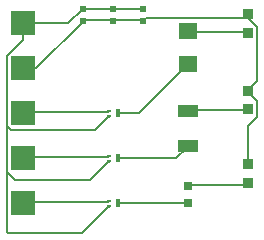
<source format=gbr>
G04 EAGLE Gerber RS-274X export*
G75*
%MOMM*%
%FSLAX34Y34*%
%LPD*%
%INTop Copper*%
%IPPOS*%
%AMOC8*
5,1,8,0,0,1.08239X$1,22.5*%
G01*
G04 Define Apertures*
%ADD10R,0.620000X0.560000*%
%ADD11R,1.750000X1.100000*%
%ADD12R,0.400000X0.250000*%
%ADD13R,0.400000X0.700000*%
%ADD14R,0.950000X0.900000*%
%ADD15R,1.500000X1.400000*%
%ADD16R,0.800000X0.800000*%
%ADD17R,2.000000X2.000000*%
%ADD18C,0.152400*%
D10*
X139700Y192824D03*
X139700Y202424D03*
X114300Y192824D03*
X114300Y202424D03*
X88900Y192824D03*
X88900Y202424D03*
D11*
X177800Y116600D03*
X177800Y86600D03*
D12*
X110800Y116550D03*
X110800Y112050D03*
D13*
X117800Y114300D03*
D12*
X110800Y78450D03*
X110800Y73950D03*
D13*
X117800Y76200D03*
D12*
X110800Y40350D03*
X110800Y35850D03*
D13*
X117800Y38100D03*
D14*
X228600Y198500D03*
X228600Y182500D03*
X228600Y133626D03*
X228600Y117626D03*
X228600Y71500D03*
X228600Y55500D03*
D15*
X177800Y184024D03*
X177800Y156024D03*
D16*
X177800Y38100D03*
X177800Y53100D03*
D17*
X38100Y190500D03*
X38100Y152400D03*
X38100Y114300D03*
X38100Y76200D03*
X38100Y38100D03*
D18*
X89916Y202692D02*
X114300Y202692D01*
X89916Y202692D02*
X88900Y202424D01*
X114300Y202692D02*
X138684Y202692D01*
X139700Y202424D01*
X114300Y202424D02*
X114300Y202692D01*
X76200Y190500D02*
X38100Y190500D01*
X76200Y190500D02*
X88392Y202692D01*
X88900Y202424D01*
X110800Y35850D02*
X111252Y35052D01*
X111252Y73152D02*
X110800Y73950D01*
X111252Y111252D02*
X110800Y112050D01*
X38100Y176784D02*
X38100Y190500D01*
X38100Y176784D02*
X24384Y163068D01*
X24384Y103632D01*
X27432Y100584D01*
X99060Y100584D01*
X109728Y111252D01*
X110800Y112050D01*
X110800Y73950D02*
X94625Y57775D01*
X31125Y57775D01*
X24384Y64516D01*
X24384Y103632D01*
X110800Y35850D02*
X87650Y12700D01*
X25400Y12700D01*
X24384Y13716D01*
X24384Y64516D01*
X117800Y114300D02*
X135636Y114300D01*
X176784Y155448D01*
X177800Y156024D01*
X167640Y76200D02*
X117800Y76200D01*
X167640Y76200D02*
X176784Y85344D01*
X177800Y86600D01*
X177800Y38100D02*
X117800Y38100D01*
X178308Y182880D02*
X228600Y182880D01*
X228600Y182500D01*
X178308Y182880D02*
X177800Y184024D01*
X178308Y117348D02*
X228600Y117348D01*
X228600Y117626D01*
X178308Y117348D02*
X177800Y116600D01*
X178308Y53340D02*
X227076Y53340D01*
X228600Y54864D01*
X178308Y53340D02*
X177800Y53100D01*
X228600Y54864D02*
X228600Y55500D01*
X109728Y115824D02*
X39624Y115824D01*
X38100Y114300D01*
X109728Y115824D02*
X110800Y116550D01*
X109728Y77724D02*
X39624Y77724D01*
X38100Y76200D01*
X109728Y77724D02*
X110800Y78450D01*
X109728Y39624D02*
X39624Y39624D01*
X38100Y38100D01*
X109728Y39624D02*
X110800Y40350D01*
X228600Y71500D02*
X228600Y103632D01*
X236220Y111252D01*
X236220Y124968D01*
X228600Y132588D01*
X228600Y133626D01*
X228600Y195072D02*
X228600Y198500D01*
X228600Y195072D02*
X236220Y187452D01*
X236220Y141732D01*
X228600Y134112D01*
X228600Y133626D01*
X114300Y193548D02*
X89916Y193548D01*
X88900Y192824D01*
X114300Y193548D02*
X138684Y193548D01*
X139700Y192824D01*
X114300Y192824D02*
X114300Y193548D01*
X48768Y152400D02*
X38100Y152400D01*
X48768Y152400D02*
X88392Y192024D01*
X88900Y192824D01*
X141732Y195072D02*
X228600Y195072D01*
X141732Y195072D02*
X140208Y193548D01*
X228600Y198120D02*
X228600Y198500D01*
X140208Y193548D02*
X139700Y192824D01*
M02*

</source>
